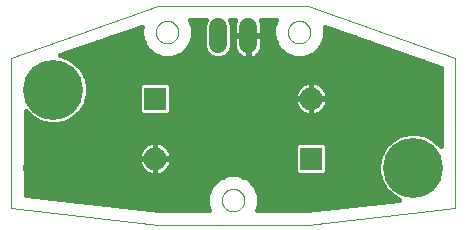
<source format=gtl>
G75*
%MOIN*%
%OFA0B0*%
%FSLAX25Y25*%
%IPPOS*%
%LPD*%
%AMOC8*
5,1,8,0,0,1.08239X$1,22.5*
%
%ADD10C,0.00000*%
%ADD11C,0.07600*%
%ADD12R,0.07600X0.07600*%
%ADD13C,0.05937*%
%ADD14C,0.20000*%
%ADD15C,0.01600*%
D10*
X0001800Y0006800D02*
X0050800Y0001175D01*
X0100800Y0001175D01*
X0149800Y0006800D01*
X0149800Y0056800D01*
X0100800Y0074175D01*
X0050800Y0074175D01*
X0001800Y0056800D01*
X0001800Y0006800D01*
X0072050Y0009300D02*
X0072052Y0009422D01*
X0072058Y0009544D01*
X0072068Y0009666D01*
X0072082Y0009787D01*
X0072100Y0009908D01*
X0072121Y0010028D01*
X0072147Y0010147D01*
X0072176Y0010266D01*
X0072210Y0010383D01*
X0072247Y0010499D01*
X0072288Y0010614D01*
X0072333Y0010728D01*
X0072381Y0010840D01*
X0072433Y0010951D01*
X0072488Y0011059D01*
X0072547Y0011166D01*
X0072610Y0011271D01*
X0072676Y0011374D01*
X0072745Y0011474D01*
X0072817Y0011573D01*
X0072893Y0011669D01*
X0072971Y0011762D01*
X0073053Y0011853D01*
X0073138Y0011941D01*
X0073225Y0012026D01*
X0073315Y0012108D01*
X0073408Y0012188D01*
X0073503Y0012264D01*
X0073601Y0012337D01*
X0073701Y0012407D01*
X0073803Y0012474D01*
X0073907Y0012537D01*
X0074014Y0012597D01*
X0074122Y0012654D01*
X0074232Y0012706D01*
X0074344Y0012756D01*
X0074457Y0012801D01*
X0074572Y0012843D01*
X0074688Y0012881D01*
X0074805Y0012916D01*
X0074923Y0012946D01*
X0075042Y0012973D01*
X0075162Y0012995D01*
X0075283Y0013014D01*
X0075404Y0013029D01*
X0075526Y0013040D01*
X0075647Y0013047D01*
X0075769Y0013050D01*
X0075892Y0013049D01*
X0076014Y0013044D01*
X0076135Y0013035D01*
X0076257Y0013022D01*
X0076378Y0013005D01*
X0076498Y0012984D01*
X0076617Y0012960D01*
X0076736Y0012931D01*
X0076854Y0012899D01*
X0076970Y0012863D01*
X0077086Y0012823D01*
X0077200Y0012779D01*
X0077312Y0012732D01*
X0077423Y0012681D01*
X0077532Y0012626D01*
X0077640Y0012568D01*
X0077745Y0012506D01*
X0077848Y0012441D01*
X0077950Y0012373D01*
X0078048Y0012301D01*
X0078145Y0012226D01*
X0078239Y0012149D01*
X0078330Y0012068D01*
X0078419Y0011984D01*
X0078505Y0011897D01*
X0078588Y0011808D01*
X0078668Y0011716D01*
X0078745Y0011621D01*
X0078819Y0011524D01*
X0078890Y0011424D01*
X0078958Y0011323D01*
X0079022Y0011219D01*
X0079083Y0011113D01*
X0079140Y0011005D01*
X0079194Y0010896D01*
X0079244Y0010784D01*
X0079290Y0010671D01*
X0079333Y0010557D01*
X0079372Y0010441D01*
X0079407Y0010325D01*
X0079439Y0010207D01*
X0079466Y0010088D01*
X0079490Y0009968D01*
X0079510Y0009847D01*
X0079526Y0009726D01*
X0079538Y0009605D01*
X0079546Y0009483D01*
X0079550Y0009361D01*
X0079550Y0009239D01*
X0079546Y0009117D01*
X0079538Y0008995D01*
X0079526Y0008874D01*
X0079510Y0008753D01*
X0079490Y0008632D01*
X0079466Y0008512D01*
X0079439Y0008393D01*
X0079407Y0008275D01*
X0079372Y0008159D01*
X0079333Y0008043D01*
X0079290Y0007929D01*
X0079244Y0007816D01*
X0079194Y0007704D01*
X0079140Y0007595D01*
X0079083Y0007487D01*
X0079022Y0007381D01*
X0078958Y0007277D01*
X0078890Y0007176D01*
X0078819Y0007076D01*
X0078745Y0006979D01*
X0078668Y0006884D01*
X0078588Y0006792D01*
X0078505Y0006703D01*
X0078419Y0006616D01*
X0078330Y0006532D01*
X0078239Y0006451D01*
X0078145Y0006374D01*
X0078048Y0006299D01*
X0077950Y0006227D01*
X0077848Y0006159D01*
X0077745Y0006094D01*
X0077640Y0006032D01*
X0077532Y0005974D01*
X0077423Y0005919D01*
X0077312Y0005868D01*
X0077200Y0005821D01*
X0077086Y0005777D01*
X0076970Y0005737D01*
X0076854Y0005701D01*
X0076736Y0005669D01*
X0076617Y0005640D01*
X0076498Y0005616D01*
X0076378Y0005595D01*
X0076257Y0005578D01*
X0076135Y0005565D01*
X0076014Y0005556D01*
X0075892Y0005551D01*
X0075769Y0005550D01*
X0075647Y0005553D01*
X0075526Y0005560D01*
X0075404Y0005571D01*
X0075283Y0005586D01*
X0075162Y0005605D01*
X0075042Y0005627D01*
X0074923Y0005654D01*
X0074805Y0005684D01*
X0074688Y0005719D01*
X0074572Y0005757D01*
X0074457Y0005799D01*
X0074344Y0005844D01*
X0074232Y0005894D01*
X0074122Y0005946D01*
X0074014Y0006003D01*
X0073907Y0006063D01*
X0073803Y0006126D01*
X0073701Y0006193D01*
X0073601Y0006263D01*
X0073503Y0006336D01*
X0073408Y0006412D01*
X0073315Y0006492D01*
X0073225Y0006574D01*
X0073138Y0006659D01*
X0073053Y0006747D01*
X0072971Y0006838D01*
X0072893Y0006931D01*
X0072817Y0007027D01*
X0072745Y0007126D01*
X0072676Y0007226D01*
X0072610Y0007329D01*
X0072547Y0007434D01*
X0072488Y0007541D01*
X0072433Y0007649D01*
X0072381Y0007760D01*
X0072333Y0007872D01*
X0072288Y0007986D01*
X0072247Y0008101D01*
X0072210Y0008217D01*
X0072176Y0008334D01*
X0072147Y0008453D01*
X0072121Y0008572D01*
X0072100Y0008692D01*
X0072082Y0008813D01*
X0072068Y0008934D01*
X0072058Y0009056D01*
X0072052Y0009178D01*
X0072050Y0009300D01*
X0050050Y0065300D02*
X0050052Y0065422D01*
X0050058Y0065544D01*
X0050068Y0065666D01*
X0050082Y0065787D01*
X0050100Y0065908D01*
X0050121Y0066028D01*
X0050147Y0066147D01*
X0050176Y0066266D01*
X0050210Y0066383D01*
X0050247Y0066499D01*
X0050288Y0066614D01*
X0050333Y0066728D01*
X0050381Y0066840D01*
X0050433Y0066951D01*
X0050488Y0067059D01*
X0050547Y0067166D01*
X0050610Y0067271D01*
X0050676Y0067374D01*
X0050745Y0067474D01*
X0050817Y0067573D01*
X0050893Y0067669D01*
X0050971Y0067762D01*
X0051053Y0067853D01*
X0051138Y0067941D01*
X0051225Y0068026D01*
X0051315Y0068108D01*
X0051408Y0068188D01*
X0051503Y0068264D01*
X0051601Y0068337D01*
X0051701Y0068407D01*
X0051803Y0068474D01*
X0051907Y0068537D01*
X0052014Y0068597D01*
X0052122Y0068654D01*
X0052232Y0068706D01*
X0052344Y0068756D01*
X0052457Y0068801D01*
X0052572Y0068843D01*
X0052688Y0068881D01*
X0052805Y0068916D01*
X0052923Y0068946D01*
X0053042Y0068973D01*
X0053162Y0068995D01*
X0053283Y0069014D01*
X0053404Y0069029D01*
X0053526Y0069040D01*
X0053647Y0069047D01*
X0053769Y0069050D01*
X0053892Y0069049D01*
X0054014Y0069044D01*
X0054135Y0069035D01*
X0054257Y0069022D01*
X0054378Y0069005D01*
X0054498Y0068984D01*
X0054617Y0068960D01*
X0054736Y0068931D01*
X0054854Y0068899D01*
X0054970Y0068863D01*
X0055086Y0068823D01*
X0055200Y0068779D01*
X0055312Y0068732D01*
X0055423Y0068681D01*
X0055532Y0068626D01*
X0055640Y0068568D01*
X0055745Y0068506D01*
X0055848Y0068441D01*
X0055950Y0068373D01*
X0056048Y0068301D01*
X0056145Y0068226D01*
X0056239Y0068149D01*
X0056330Y0068068D01*
X0056419Y0067984D01*
X0056505Y0067897D01*
X0056588Y0067808D01*
X0056668Y0067716D01*
X0056745Y0067621D01*
X0056819Y0067524D01*
X0056890Y0067424D01*
X0056958Y0067323D01*
X0057022Y0067219D01*
X0057083Y0067113D01*
X0057140Y0067005D01*
X0057194Y0066896D01*
X0057244Y0066784D01*
X0057290Y0066671D01*
X0057333Y0066557D01*
X0057372Y0066441D01*
X0057407Y0066325D01*
X0057439Y0066207D01*
X0057466Y0066088D01*
X0057490Y0065968D01*
X0057510Y0065847D01*
X0057526Y0065726D01*
X0057538Y0065605D01*
X0057546Y0065483D01*
X0057550Y0065361D01*
X0057550Y0065239D01*
X0057546Y0065117D01*
X0057538Y0064995D01*
X0057526Y0064874D01*
X0057510Y0064753D01*
X0057490Y0064632D01*
X0057466Y0064512D01*
X0057439Y0064393D01*
X0057407Y0064275D01*
X0057372Y0064159D01*
X0057333Y0064043D01*
X0057290Y0063929D01*
X0057244Y0063816D01*
X0057194Y0063704D01*
X0057140Y0063595D01*
X0057083Y0063487D01*
X0057022Y0063381D01*
X0056958Y0063277D01*
X0056890Y0063176D01*
X0056819Y0063076D01*
X0056745Y0062979D01*
X0056668Y0062884D01*
X0056588Y0062792D01*
X0056505Y0062703D01*
X0056419Y0062616D01*
X0056330Y0062532D01*
X0056239Y0062451D01*
X0056145Y0062374D01*
X0056048Y0062299D01*
X0055950Y0062227D01*
X0055848Y0062159D01*
X0055745Y0062094D01*
X0055640Y0062032D01*
X0055532Y0061974D01*
X0055423Y0061919D01*
X0055312Y0061868D01*
X0055200Y0061821D01*
X0055086Y0061777D01*
X0054970Y0061737D01*
X0054854Y0061701D01*
X0054736Y0061669D01*
X0054617Y0061640D01*
X0054498Y0061616D01*
X0054378Y0061595D01*
X0054257Y0061578D01*
X0054135Y0061565D01*
X0054014Y0061556D01*
X0053892Y0061551D01*
X0053769Y0061550D01*
X0053647Y0061553D01*
X0053526Y0061560D01*
X0053404Y0061571D01*
X0053283Y0061586D01*
X0053162Y0061605D01*
X0053042Y0061627D01*
X0052923Y0061654D01*
X0052805Y0061684D01*
X0052688Y0061719D01*
X0052572Y0061757D01*
X0052457Y0061799D01*
X0052344Y0061844D01*
X0052232Y0061894D01*
X0052122Y0061946D01*
X0052014Y0062003D01*
X0051907Y0062063D01*
X0051803Y0062126D01*
X0051701Y0062193D01*
X0051601Y0062263D01*
X0051503Y0062336D01*
X0051408Y0062412D01*
X0051315Y0062492D01*
X0051225Y0062574D01*
X0051138Y0062659D01*
X0051053Y0062747D01*
X0050971Y0062838D01*
X0050893Y0062931D01*
X0050817Y0063027D01*
X0050745Y0063126D01*
X0050676Y0063226D01*
X0050610Y0063329D01*
X0050547Y0063434D01*
X0050488Y0063541D01*
X0050433Y0063649D01*
X0050381Y0063760D01*
X0050333Y0063872D01*
X0050288Y0063986D01*
X0050247Y0064101D01*
X0050210Y0064217D01*
X0050176Y0064334D01*
X0050147Y0064453D01*
X0050121Y0064572D01*
X0050100Y0064692D01*
X0050082Y0064813D01*
X0050068Y0064934D01*
X0050058Y0065056D01*
X0050052Y0065178D01*
X0050050Y0065300D01*
X0094050Y0065300D02*
X0094052Y0065422D01*
X0094058Y0065544D01*
X0094068Y0065666D01*
X0094082Y0065787D01*
X0094100Y0065908D01*
X0094121Y0066028D01*
X0094147Y0066147D01*
X0094176Y0066266D01*
X0094210Y0066383D01*
X0094247Y0066499D01*
X0094288Y0066614D01*
X0094333Y0066728D01*
X0094381Y0066840D01*
X0094433Y0066951D01*
X0094488Y0067059D01*
X0094547Y0067166D01*
X0094610Y0067271D01*
X0094676Y0067374D01*
X0094745Y0067474D01*
X0094817Y0067573D01*
X0094893Y0067669D01*
X0094971Y0067762D01*
X0095053Y0067853D01*
X0095138Y0067941D01*
X0095225Y0068026D01*
X0095315Y0068108D01*
X0095408Y0068188D01*
X0095503Y0068264D01*
X0095601Y0068337D01*
X0095701Y0068407D01*
X0095803Y0068474D01*
X0095907Y0068537D01*
X0096014Y0068597D01*
X0096122Y0068654D01*
X0096232Y0068706D01*
X0096344Y0068756D01*
X0096457Y0068801D01*
X0096572Y0068843D01*
X0096688Y0068881D01*
X0096805Y0068916D01*
X0096923Y0068946D01*
X0097042Y0068973D01*
X0097162Y0068995D01*
X0097283Y0069014D01*
X0097404Y0069029D01*
X0097526Y0069040D01*
X0097647Y0069047D01*
X0097769Y0069050D01*
X0097892Y0069049D01*
X0098014Y0069044D01*
X0098135Y0069035D01*
X0098257Y0069022D01*
X0098378Y0069005D01*
X0098498Y0068984D01*
X0098617Y0068960D01*
X0098736Y0068931D01*
X0098854Y0068899D01*
X0098970Y0068863D01*
X0099086Y0068823D01*
X0099200Y0068779D01*
X0099312Y0068732D01*
X0099423Y0068681D01*
X0099532Y0068626D01*
X0099640Y0068568D01*
X0099745Y0068506D01*
X0099848Y0068441D01*
X0099950Y0068373D01*
X0100048Y0068301D01*
X0100145Y0068226D01*
X0100239Y0068149D01*
X0100330Y0068068D01*
X0100419Y0067984D01*
X0100505Y0067897D01*
X0100588Y0067808D01*
X0100668Y0067716D01*
X0100745Y0067621D01*
X0100819Y0067524D01*
X0100890Y0067424D01*
X0100958Y0067323D01*
X0101022Y0067219D01*
X0101083Y0067113D01*
X0101140Y0067005D01*
X0101194Y0066896D01*
X0101244Y0066784D01*
X0101290Y0066671D01*
X0101333Y0066557D01*
X0101372Y0066441D01*
X0101407Y0066325D01*
X0101439Y0066207D01*
X0101466Y0066088D01*
X0101490Y0065968D01*
X0101510Y0065847D01*
X0101526Y0065726D01*
X0101538Y0065605D01*
X0101546Y0065483D01*
X0101550Y0065361D01*
X0101550Y0065239D01*
X0101546Y0065117D01*
X0101538Y0064995D01*
X0101526Y0064874D01*
X0101510Y0064753D01*
X0101490Y0064632D01*
X0101466Y0064512D01*
X0101439Y0064393D01*
X0101407Y0064275D01*
X0101372Y0064159D01*
X0101333Y0064043D01*
X0101290Y0063929D01*
X0101244Y0063816D01*
X0101194Y0063704D01*
X0101140Y0063595D01*
X0101083Y0063487D01*
X0101022Y0063381D01*
X0100958Y0063277D01*
X0100890Y0063176D01*
X0100819Y0063076D01*
X0100745Y0062979D01*
X0100668Y0062884D01*
X0100588Y0062792D01*
X0100505Y0062703D01*
X0100419Y0062616D01*
X0100330Y0062532D01*
X0100239Y0062451D01*
X0100145Y0062374D01*
X0100048Y0062299D01*
X0099950Y0062227D01*
X0099848Y0062159D01*
X0099745Y0062094D01*
X0099640Y0062032D01*
X0099532Y0061974D01*
X0099423Y0061919D01*
X0099312Y0061868D01*
X0099200Y0061821D01*
X0099086Y0061777D01*
X0098970Y0061737D01*
X0098854Y0061701D01*
X0098736Y0061669D01*
X0098617Y0061640D01*
X0098498Y0061616D01*
X0098378Y0061595D01*
X0098257Y0061578D01*
X0098135Y0061565D01*
X0098014Y0061556D01*
X0097892Y0061551D01*
X0097769Y0061550D01*
X0097647Y0061553D01*
X0097526Y0061560D01*
X0097404Y0061571D01*
X0097283Y0061586D01*
X0097162Y0061605D01*
X0097042Y0061627D01*
X0096923Y0061654D01*
X0096805Y0061684D01*
X0096688Y0061719D01*
X0096572Y0061757D01*
X0096457Y0061799D01*
X0096344Y0061844D01*
X0096232Y0061894D01*
X0096122Y0061946D01*
X0096014Y0062003D01*
X0095907Y0062063D01*
X0095803Y0062126D01*
X0095701Y0062193D01*
X0095601Y0062263D01*
X0095503Y0062336D01*
X0095408Y0062412D01*
X0095315Y0062492D01*
X0095225Y0062574D01*
X0095138Y0062659D01*
X0095053Y0062747D01*
X0094971Y0062838D01*
X0094893Y0062931D01*
X0094817Y0063027D01*
X0094745Y0063126D01*
X0094676Y0063226D01*
X0094610Y0063329D01*
X0094547Y0063434D01*
X0094488Y0063541D01*
X0094433Y0063649D01*
X0094381Y0063760D01*
X0094333Y0063872D01*
X0094288Y0063986D01*
X0094247Y0064101D01*
X0094210Y0064217D01*
X0094176Y0064334D01*
X0094147Y0064453D01*
X0094121Y0064572D01*
X0094100Y0064692D01*
X0094082Y0064813D01*
X0094068Y0064934D01*
X0094058Y0065056D01*
X0094052Y0065178D01*
X0094050Y0065300D01*
D11*
X0101800Y0043175D03*
X0049800Y0023175D03*
D12*
X0049800Y0043175D03*
X0101800Y0023175D03*
D13*
X0080800Y0061206D02*
X0080800Y0067144D01*
X0070800Y0067144D02*
X0070800Y0061206D01*
D14*
X0015800Y0046175D03*
X0015800Y0020175D03*
X0135800Y0020175D03*
X0135800Y0046175D03*
D15*
X0145000Y0045933D02*
X0106680Y0045933D01*
X0106590Y0046110D02*
X0106071Y0046823D01*
X0105448Y0047446D01*
X0104735Y0047965D01*
X0103950Y0048365D01*
X0103111Y0048637D01*
X0102241Y0048775D01*
X0101886Y0048775D01*
X0101886Y0043261D01*
X0101714Y0043261D01*
X0101714Y0048775D01*
X0101359Y0048775D01*
X0100489Y0048637D01*
X0099650Y0048365D01*
X0098865Y0047965D01*
X0098152Y0047446D01*
X0097529Y0046823D01*
X0097010Y0046110D01*
X0096610Y0045325D01*
X0096338Y0044486D01*
X0096200Y0043616D01*
X0096200Y0043261D01*
X0101714Y0043261D01*
X0101714Y0043089D01*
X0096200Y0043089D01*
X0096200Y0042734D01*
X0096338Y0041864D01*
X0096610Y0041025D01*
X0097010Y0040240D01*
X0097529Y0039527D01*
X0098152Y0038904D01*
X0098865Y0038385D01*
X0099650Y0037985D01*
X0100489Y0037713D01*
X0101359Y0037575D01*
X0101714Y0037575D01*
X0101714Y0043089D01*
X0101886Y0043089D01*
X0101886Y0043261D01*
X0107400Y0043261D01*
X0107400Y0043616D01*
X0107262Y0044486D01*
X0106990Y0045325D01*
X0106590Y0046110D01*
X0105331Y0047532D02*
X0145000Y0047532D01*
X0145000Y0049130D02*
X0027017Y0049130D01*
X0027400Y0047702D02*
X0026609Y0050652D01*
X0025082Y0053298D01*
X0022923Y0055457D01*
X0020277Y0056984D01*
X0018230Y0057533D01*
X0045305Y0067134D01*
X0045250Y0067001D01*
X0045250Y0063599D01*
X0046552Y0060457D01*
X0048957Y0058052D01*
X0052099Y0056750D01*
X0055501Y0056750D01*
X0058643Y0058052D01*
X0061048Y0060457D01*
X0062350Y0063599D01*
X0062350Y0067001D01*
X0061367Y0069375D01*
X0066779Y0069375D01*
X0066231Y0068052D01*
X0066231Y0060298D01*
X0066927Y0058619D01*
X0068212Y0057334D01*
X0069891Y0056638D01*
X0071709Y0056638D01*
X0073388Y0057334D01*
X0074673Y0058619D01*
X0075368Y0060298D01*
X0075368Y0068052D01*
X0074821Y0069375D01*
X0076585Y0069375D01*
X0076381Y0068974D01*
X0076149Y0068260D01*
X0076031Y0067519D01*
X0076031Y0064359D01*
X0080616Y0064359D01*
X0080616Y0063991D01*
X0076031Y0063991D01*
X0076031Y0060831D01*
X0076149Y0060090D01*
X0076381Y0059376D01*
X0076722Y0058707D01*
X0077163Y0058100D01*
X0077694Y0057569D01*
X0078301Y0057128D01*
X0078970Y0056787D01*
X0079683Y0056555D01*
X0080425Y0056438D01*
X0080616Y0056438D01*
X0080616Y0063991D01*
X0080984Y0063991D01*
X0080984Y0056438D01*
X0081175Y0056438D01*
X0081917Y0056555D01*
X0082630Y0056787D01*
X0083299Y0057128D01*
X0083906Y0057569D01*
X0084437Y0058100D01*
X0084878Y0058707D01*
X0085219Y0059376D01*
X0085451Y0060090D01*
X0085568Y0060831D01*
X0085568Y0063991D01*
X0080984Y0063991D01*
X0080984Y0064359D01*
X0085568Y0064359D01*
X0085568Y0067519D01*
X0085451Y0068260D01*
X0085219Y0068974D01*
X0085015Y0069375D01*
X0090233Y0069375D01*
X0089250Y0067001D01*
X0089250Y0063599D01*
X0090552Y0060457D01*
X0092957Y0058052D01*
X0096099Y0056750D01*
X0099501Y0056750D01*
X0102643Y0058052D01*
X0105048Y0060457D01*
X0106350Y0063599D01*
X0106350Y0067001D01*
X0106295Y0067134D01*
X0145000Y0053409D01*
X0145000Y0027380D01*
X0142923Y0029457D01*
X0140277Y0030984D01*
X0137327Y0031775D01*
X0134273Y0031775D01*
X0131323Y0030984D01*
X0128677Y0029457D01*
X0126518Y0027298D01*
X0124991Y0024652D01*
X0124200Y0021702D01*
X0124200Y0018648D01*
X0124991Y0015698D01*
X0126518Y0013052D01*
X0128677Y0010893D01*
X0131113Y0009486D01*
X0100525Y0005975D01*
X0083677Y0005975D01*
X0084350Y0007599D01*
X0084350Y0011001D01*
X0083048Y0014143D01*
X0080643Y0016548D01*
X0077501Y0017850D01*
X0074099Y0017850D01*
X0070957Y0016548D01*
X0068552Y0014143D01*
X0067250Y0011001D01*
X0067250Y0007599D01*
X0067923Y0005975D01*
X0051075Y0005975D01*
X0006600Y0011080D01*
X0006600Y0038970D01*
X0008677Y0036893D01*
X0011323Y0035366D01*
X0014273Y0034575D01*
X0017327Y0034575D01*
X0020277Y0035366D01*
X0022923Y0036893D01*
X0025082Y0039052D01*
X0026609Y0041698D01*
X0027400Y0044648D01*
X0027400Y0047702D01*
X0027400Y0047532D02*
X0044400Y0047532D01*
X0044400Y0047638D02*
X0044400Y0038712D01*
X0045337Y0037775D01*
X0054263Y0037775D01*
X0055200Y0038712D01*
X0055200Y0047638D01*
X0054263Y0048575D01*
X0045337Y0048575D01*
X0044400Y0047638D01*
X0044400Y0045933D02*
X0027400Y0045933D01*
X0027316Y0044335D02*
X0044400Y0044335D01*
X0044400Y0042736D02*
X0026888Y0042736D01*
X0026286Y0041138D02*
X0044400Y0041138D01*
X0044400Y0039539D02*
X0025363Y0039539D01*
X0023971Y0037941D02*
X0045171Y0037941D01*
X0054428Y0037941D02*
X0099787Y0037941D01*
X0101714Y0037941D02*
X0101886Y0037941D01*
X0101886Y0037575D02*
X0102241Y0037575D01*
X0103111Y0037713D01*
X0103950Y0037985D01*
X0104735Y0038385D01*
X0105448Y0038904D01*
X0106071Y0039527D01*
X0106590Y0040240D01*
X0106990Y0041025D01*
X0107262Y0041864D01*
X0107400Y0042734D01*
X0107400Y0043089D01*
X0101886Y0043089D01*
X0101886Y0037575D01*
X0103813Y0037941D02*
X0145000Y0037941D01*
X0145000Y0039539D02*
X0106080Y0039539D01*
X0107026Y0041138D02*
X0145000Y0041138D01*
X0145000Y0042736D02*
X0107400Y0042736D01*
X0107286Y0044335D02*
X0145000Y0044335D01*
X0145000Y0050729D02*
X0026565Y0050729D01*
X0025642Y0052327D02*
X0145000Y0052327D01*
X0143543Y0053926D02*
X0024454Y0053926D01*
X0022806Y0055524D02*
X0139035Y0055524D01*
X0134527Y0057123D02*
X0100401Y0057123D01*
X0103313Y0058721D02*
X0130019Y0058721D01*
X0125511Y0060320D02*
X0104911Y0060320D01*
X0105654Y0061918D02*
X0121003Y0061918D01*
X0116495Y0063517D02*
X0106316Y0063517D01*
X0106350Y0065115D02*
X0111987Y0065115D01*
X0107479Y0066714D02*
X0106350Y0066714D01*
X0092287Y0058721D02*
X0084886Y0058721D01*
X0085488Y0060320D02*
X0090689Y0060320D01*
X0089946Y0061918D02*
X0085568Y0061918D01*
X0085568Y0063517D02*
X0089284Y0063517D01*
X0089250Y0065115D02*
X0085568Y0065115D01*
X0085568Y0066714D02*
X0089250Y0066714D01*
X0089793Y0068312D02*
X0085434Y0068312D01*
X0080984Y0063517D02*
X0080616Y0063517D01*
X0080616Y0061918D02*
X0080984Y0061918D01*
X0080984Y0060320D02*
X0080616Y0060320D01*
X0080616Y0058721D02*
X0080984Y0058721D01*
X0080984Y0057123D02*
X0080616Y0057123D01*
X0083289Y0057123D02*
X0095199Y0057123D01*
X0098269Y0047532D02*
X0055200Y0047532D01*
X0055200Y0045933D02*
X0096920Y0045933D01*
X0096314Y0044335D02*
X0055200Y0044335D01*
X0055200Y0042736D02*
X0096200Y0042736D01*
X0096574Y0041138D02*
X0055200Y0041138D01*
X0055200Y0039539D02*
X0097520Y0039539D01*
X0101714Y0039539D02*
X0101886Y0039539D01*
X0101886Y0041138D02*
X0101714Y0041138D01*
X0101714Y0042736D02*
X0101886Y0042736D01*
X0101886Y0044335D02*
X0101714Y0044335D01*
X0101714Y0045933D02*
X0101886Y0045933D01*
X0101886Y0047532D02*
X0101714Y0047532D01*
X0078311Y0057123D02*
X0072879Y0057123D01*
X0074716Y0058721D02*
X0076714Y0058721D01*
X0076112Y0060320D02*
X0075368Y0060320D01*
X0075368Y0061918D02*
X0076031Y0061918D01*
X0076031Y0063517D02*
X0075368Y0063517D01*
X0075368Y0065115D02*
X0076031Y0065115D01*
X0076031Y0066714D02*
X0075368Y0066714D01*
X0075261Y0068312D02*
X0076166Y0068312D01*
X0066339Y0068312D02*
X0061807Y0068312D01*
X0062350Y0066714D02*
X0066231Y0066714D01*
X0066231Y0065115D02*
X0062350Y0065115D01*
X0062316Y0063517D02*
X0066231Y0063517D01*
X0066231Y0061918D02*
X0061654Y0061918D01*
X0060911Y0060320D02*
X0066231Y0060320D01*
X0066884Y0058721D02*
X0059313Y0058721D01*
X0056401Y0057123D02*
X0068721Y0057123D01*
X0051199Y0057123D02*
X0019761Y0057123D01*
X0021581Y0058721D02*
X0048287Y0058721D01*
X0046689Y0060320D02*
X0026089Y0060320D01*
X0030597Y0061918D02*
X0045946Y0061918D01*
X0045284Y0063517D02*
X0035105Y0063517D01*
X0039613Y0065115D02*
X0045250Y0065115D01*
X0045250Y0066714D02*
X0044121Y0066714D01*
X0007629Y0037941D02*
X0006600Y0037941D01*
X0006600Y0036342D02*
X0009631Y0036342D01*
X0006600Y0034744D02*
X0013643Y0034744D01*
X0017957Y0034744D02*
X0145000Y0034744D01*
X0145000Y0036342D02*
X0021969Y0036342D01*
X0006600Y0033145D02*
X0145000Y0033145D01*
X0145000Y0031547D02*
X0138179Y0031547D01*
X0142072Y0029948D02*
X0145000Y0029948D01*
X0145000Y0028350D02*
X0144030Y0028350D01*
X0133421Y0031547D02*
X0006600Y0031547D01*
X0006600Y0029948D02*
X0129528Y0029948D01*
X0127570Y0028350D02*
X0106488Y0028350D01*
X0106263Y0028575D02*
X0097337Y0028575D01*
X0096400Y0027638D01*
X0096400Y0018712D01*
X0097337Y0017775D01*
X0106263Y0017775D01*
X0107200Y0018712D01*
X0107200Y0027638D01*
X0106263Y0028575D01*
X0107200Y0026751D02*
X0126202Y0026751D01*
X0125279Y0025153D02*
X0107200Y0025153D01*
X0107200Y0023554D02*
X0124696Y0023554D01*
X0124268Y0021956D02*
X0107200Y0021956D01*
X0107200Y0020357D02*
X0124200Y0020357D01*
X0124200Y0018759D02*
X0107200Y0018759D01*
X0096400Y0018759D02*
X0053249Y0018759D01*
X0053448Y0018904D02*
X0054071Y0019527D01*
X0054590Y0020240D01*
X0054990Y0021025D01*
X0055262Y0021864D01*
X0055400Y0022734D01*
X0055400Y0023089D01*
X0049886Y0023089D01*
X0049886Y0023261D01*
X0049714Y0023261D01*
X0049714Y0028775D01*
X0049359Y0028775D01*
X0048489Y0028637D01*
X0047650Y0028365D01*
X0046865Y0027965D01*
X0046152Y0027446D01*
X0045529Y0026823D01*
X0045010Y0026110D01*
X0044610Y0025325D01*
X0044338Y0024486D01*
X0044200Y0023616D01*
X0044200Y0023261D01*
X0049714Y0023261D01*
X0049714Y0023089D01*
X0044200Y0023089D01*
X0044200Y0022734D01*
X0044338Y0021864D01*
X0044610Y0021025D01*
X0045010Y0020240D01*
X0045529Y0019527D01*
X0046152Y0018904D01*
X0046865Y0018385D01*
X0047650Y0017985D01*
X0048489Y0017713D01*
X0049359Y0017575D01*
X0049714Y0017575D01*
X0049714Y0023089D01*
X0049886Y0023089D01*
X0049886Y0017575D01*
X0050241Y0017575D01*
X0051111Y0017713D01*
X0051950Y0017985D01*
X0052735Y0018385D01*
X0053448Y0018904D01*
X0054649Y0020357D02*
X0096400Y0020357D01*
X0096400Y0021956D02*
X0055277Y0021956D01*
X0055400Y0023261D02*
X0055400Y0023616D01*
X0055262Y0024486D01*
X0054990Y0025325D01*
X0054590Y0026110D01*
X0054071Y0026823D01*
X0053448Y0027446D01*
X0052735Y0027965D01*
X0051950Y0028365D01*
X0051111Y0028637D01*
X0050241Y0028775D01*
X0049886Y0028775D01*
X0049886Y0023261D01*
X0055400Y0023261D01*
X0055400Y0023554D02*
X0096400Y0023554D01*
X0096400Y0025153D02*
X0055046Y0025153D01*
X0054124Y0026751D02*
X0096400Y0026751D01*
X0097112Y0028350D02*
X0051979Y0028350D01*
X0049886Y0028350D02*
X0049714Y0028350D01*
X0047621Y0028350D02*
X0006600Y0028350D01*
X0006600Y0026751D02*
X0045476Y0026751D01*
X0044554Y0025153D02*
X0006600Y0025153D01*
X0006600Y0023554D02*
X0044200Y0023554D01*
X0044323Y0021956D02*
X0006600Y0021956D01*
X0006600Y0020357D02*
X0044951Y0020357D01*
X0046351Y0018759D02*
X0006600Y0018759D01*
X0006600Y0017160D02*
X0072434Y0017160D01*
X0069970Y0015562D02*
X0006600Y0015562D01*
X0006600Y0013963D02*
X0068477Y0013963D01*
X0067815Y0012365D02*
X0006600Y0012365D01*
X0009339Y0010766D02*
X0067250Y0010766D01*
X0067250Y0009168D02*
X0023264Y0009168D01*
X0037189Y0007569D02*
X0067263Y0007569D01*
X0081630Y0015562D02*
X0125069Y0015562D01*
X0124599Y0017160D02*
X0079166Y0017160D01*
X0083123Y0013963D02*
X0125992Y0013963D01*
X0127206Y0012365D02*
X0083785Y0012365D01*
X0084350Y0010766D02*
X0128897Y0010766D01*
X0128336Y0009168D02*
X0084350Y0009168D01*
X0084337Y0007569D02*
X0114411Y0007569D01*
X0049886Y0018759D02*
X0049714Y0018759D01*
X0049714Y0020357D02*
X0049886Y0020357D01*
X0049886Y0021956D02*
X0049714Y0021956D01*
X0049714Y0023554D02*
X0049886Y0023554D01*
X0049886Y0025153D02*
X0049714Y0025153D01*
X0049714Y0026751D02*
X0049886Y0026751D01*
M02*

</source>
